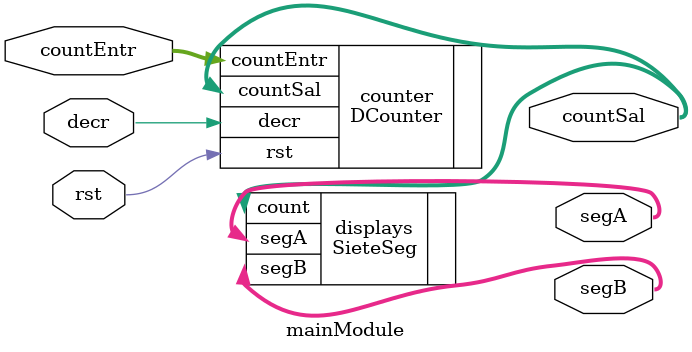
<source format=sv>
module mainModule (
  input logic decr,// Boton para bajar el numero
  input logic rst,    // Boton para reset
  input reg [5:0] countEntr, // El contador
  output reg [5:0] countSal, // primer siete segmentos
  output reg [6:0] segA, // 7-seg A
  output reg [6:0] segB  // 7-seg B
  
);

  parameter N = 6;

  DCounter #(.N(N)) counter (
    .decr(decr),
    .rst(rst),
    .countEntr(countEntr),
	 .countSal(countSal)
  );

  SieteSeg #(.N(N)) displays (
    .count(countSal),
    .segA(segA),
    .segB(segB)
  );

endmodule
</source>
